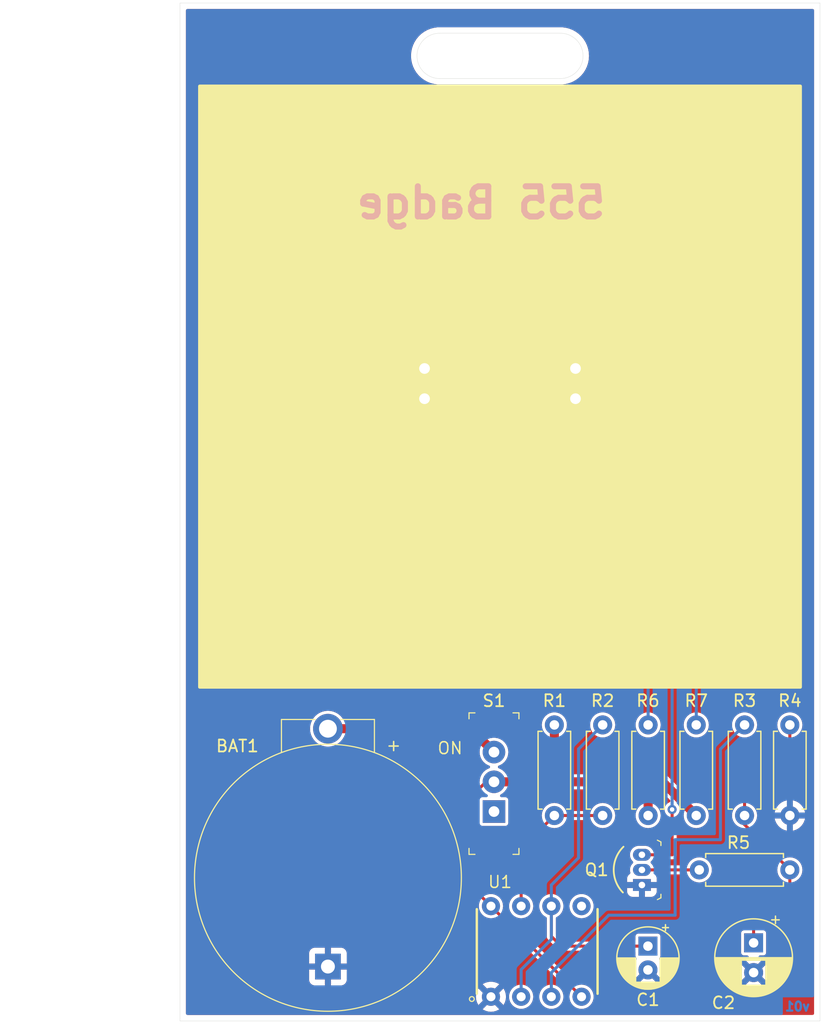
<source format=kicad_pcb>
(kicad_pcb (version 20240108) (generator "pcbnew") (generator_version "8.0")
  (title_block (title "555 Badge") (comment 2 "Author: Ekin Berktay"))
  (layers (0 "F.Cu" signal) (31 "B.Cu" signal) (34 "B.Paste" user) (35 "F.Paste" user) (36 "B.SilkS" user "B.Silkscreen") (37 "F.SilkS" user "F.Silkscreen") (38 "B.Mask" user) (39 "F.Mask" user) (44 "Edge.Cuts" user))
  (net 0 "")
  (net 1 "Net-(BAT1-PadPos)")
  (net 2 "GND")
  (net 3 "Net-(U1-THR)")
  (net 4 "Net-(C2-Pad1)")
  (net 5 "Net-(D1-K)")
  (net 6 "Net-(D1-A)")
  (net 7 "Net-(D2-A)")
  (net 8 "Net-(Q1-B)")
  (net 9 "VCC")
  (net 10 "Net-(U1-DISC)")
  (net 11 "Net-(U1-OUT)")
  (footprint "Capacitor_THT:CP_Radial_D5.0mm_P2.00mm" (layer "F.Cu") (at 166.37 120.710888 -90)
    (property "Reference" "C1" (at 4.511112 0 180) (layer "F.SilkS"))
    (property "Value" "10uF")
    (fp_line (start 1 1.04) (end 1 2.58) (stroke (width 0.12)) (layer "F.SilkS"))
    (fp_line (start 1.04 1.04) (end 1.04 2.58) (stroke (width 0.12)) (layer "F.SilkS"))
    (fp_line (start 1.08 1.04) (end 1.08 2.579) (stroke (width 0.12)) (layer "F.SilkS"))
    (fp_line (start 1.12 1.04) (end 1.12 2.578) (stroke (width 0.12)) (layer "F.SilkS"))
    (fp_line (start 1.16 1.04) (end 1.16 2.576) (stroke (width 0.12)) (layer "F.SilkS"))
    (fp_line (start 1.2 1.04) (end 1.2 2.573) (stroke (width 0.12)) (layer "F.SilkS"))
    (fp_line (start 1.24 1.04) (end 1.24 2.569) (stroke (width 0.12)) (layer "F.SilkS"))
    (fp_line (start 1.28 1.04) (end 1.28 2.565) (stroke (width 0.12)) (layer "F.SilkS"))
    (fp_line (start 1.32 1.04) (end 1.32 2.561) (stroke (width 0.12)) (layer "F.SilkS"))
    (fp_line (start 1.36 1.04) (end 1.36 2.556) (stroke (width 0.12)) (layer "F.SilkS"))
    (fp_line (start 1.4 1.04) (end 1.4 2.55) (stroke (width 0.12)) (layer "F.SilkS"))
    (fp_line (start 1.44 1.04) (end 1.44 2.543) (stroke (width 0.12)) (layer "F.SilkS"))
    (fp_line (start 1.48 1.04) (end 1.48 2.536) (stroke (width 0.12)) (layer "F.SilkS"))
    (fp_line (start 1.52 1.04) (end 1.52 2.528) (stroke (width 0.12)) (layer "F.SilkS"))
    (fp_line (start 1.56 1.04) (end 1.56 2.52) (stroke (width 0.12)) (layer "F.SilkS"))
    (fp_line (start 1.6 1.04) (end 1.6 2.511) (stroke (width 0.12)) (layer "F.SilkS"))
    (fp_line (start 1.64 1.04) (end 1.64 2.501) (stroke (width 0.12)) (layer "F.SilkS"))
    (fp_line (start 1.68 1.04) (end 1.68 2.491) (stroke (width 0.12)) (layer "F.SilkS"))
    (fp_line (start 1.721 1.04) (end 1.721 2.48) (stroke (width 0.12)) (layer "F.SilkS"))
    (fp_line (start 1.761 1.04) (end 1.761 2.468) (stroke (width 0.12)) (layer "F.SilkS"))
    (fp_line (start 1.801 1.04) (end 1.801 2.455) (stroke (width 0.12)) (layer "F.SilkS"))
    (fp_line (start 1.841 1.04) (end 1.841 2.442) (stroke (width 0.12)) (layer "F.SilkS"))
    (fp_line (start 1.881 1.04) (end 1.881 2.428) (stroke (width 0.12)) (layer "F.SilkS"))
    (fp_line (start 1.921 1.04) (end 1.921 2.414) (stroke (width 0.12)) (layer "F.SilkS"))
    (fp_line (start 1.961 1.04) (end 1.961 2.398) (stroke (width 0.12)) (layer "F.SilkS"))
    (fp_line (start 2.001 1.04) (end 2.001 2.382) (stroke (width 0.12)) (layer "F.SilkS"))
    (fp_line (start 2.041 1.04) (end 2.041 2.365) (stroke (width 0.12)) (layer "F.SilkS"))
    (fp_line (start 2.081 1.04) (end 2.081 2.348) (stroke (width 0.12)) (layer "F.SilkS"))
    (fp_line (start 2.121 1.04) (end 2.121 2.329) (stroke (width 0.12)) (layer "F.SilkS"))
    (fp_line (start 2.161 1.04) (end 2.161 2.31) (stroke (width 0.12)) (layer "F.SilkS"))
    (fp_line (start 2.201 1.04) (end 2.201 2.29) (stroke (width 0.12)) (layer "F.SilkS"))
    (fp_line (start 2.241 1.04) (end 2.241 2.268) (stroke (width 0.12)) (layer "F.SilkS"))
    (fp_line (start 2.281 1.04) (end 2.281 2.247) (stroke (width 0.12)) (layer "F.SilkS"))
    (fp_line (start 2.321 1.04) (end 2.321 2.224) (stroke (width 0.12)) (layer "F.SilkS"))
    (fp_line (start 2.361 1.04) (end 2.361 2.2) (stroke (width 0.12)) (layer "F.SilkS"))
    (fp_line (start 2.401 1.04) (end 2.401 2.175) (stroke (width 0.12)) (layer "F.SilkS"))
    (fp_line (start 2.441 1.04) (end 2.441 2.149) (stroke (width 0.12)) (layer "F.SilkS"))
    (fp_line (start 2.481 1.04) (end 2.481 2.122) (stroke (width 0.12)) (layer "F.SilkS"))
    (fp_line (start 2.521 1.04) (end 2.521 2.095) (stroke (width 0.12)) (layer "F.SilkS"))
    (fp_line (start 2.561 1.04) (end 2.561 2.065) (stroke (width 0.12)) (layer "F.SilkS"))
    (fp_line (start 2.601 1.04) (end 2.601 2.035) (stroke (width 0.12)) (layer "F.SilkS"))
    (fp_line (start 2.641 1.04) (end 2.641 2.004) (stroke (width 0.12)) (layer "F.SilkS"))
    (fp_line (start 2.681 1.04) (end 2.681 1.971) (stroke (width 0.12)) (layer "F.SilkS"))
    (fp_line (start 2.721 1.04) (end 2.721 1.937) (stroke (width 0.12)) (layer "F.SilkS"))
    (fp_line (start 2.761 1.04) (end 2.761 1.901) (stroke (width 0.12)) (layer "F.SilkS"))
    (fp_line (start 2.801 1.04) (end 2.801 1.864) (stroke (width 0.12)) (layer "F.SilkS"))
    (fp_line (start 2.841 1.04) (end 2.841 1.826) (stroke (width 0.12)) (layer "F.SilkS"))
    (fp_line (start 2.881 1.04) (end 2.881 1.785) (stroke (width 0.12)) (layer "F.SilkS"))
    (fp_line (start 2.921 1.04) (end 2.921 1.743) (stroke (width 0.12)) (layer "F.SilkS"))
    (fp_line (start 2.961 1.04) (end 2.961 1.699) (stroke (width 0.12)) (layer "F.SilkS"))
    (fp_line (start 3.001 1.04) (end 3.001 1.653) (stroke (width 0.12)) (layer "F.SilkS"))
    (fp_line (start 3.601 -0.284) (end 3.601 0.284) (stroke (width 0.12)) (layer "F.SilkS"))
    (fp_line (start 3.561 -0.518) (end 3.561 0.518) (stroke (width 0.12)) (layer "F.SilkS"))
    (fp_line (start 3.521 -0.677) (end 3.521 0.677) (stroke (width 0.12)) (layer "F.SilkS"))
    (fp_line (start 3.481 -0.805) (end 3.481 0.805) (stroke (width 0.12)) (layer "F.SilkS"))
    (fp_line (start 3.441 -0.915) (end 3.441 0.915) (stroke (width 0.12)) (layer "F.SilkS"))
    (fp_line (start 3.401 -1.011) (end 3.401 1.011) (stroke (width 0.12)) (layer "F.SilkS"))
    (fp_line (start 3.361 -1.098) (end 3.361 1.098) (stroke (width 0.12)) (layer "F.SilkS"))
    (fp_line (start 3.321 -1.178) (end 3.321 1.178) (stroke (width 0.12)) (layer "F.SilkS"))
    (fp_line (start 3.281 -1.251) (end 3.281 1.251) (stroke (width 0.12)) (layer "F.SilkS"))
    (fp_line (start 3.241 -1.319) (end 3.241 1.319) (stroke (width 0.12)) (layer "F.SilkS"))
    (fp_line (start 3.201 -1.383) (end 3.201 1.383) (stroke (width 0.12)) (layer "F.SilkS"))
    (fp_line (start 3.161 -1.443) (end 3.161 1.443) (stroke (width 0.12)) (layer "F.SilkS"))
    (fp_line (start -1.804775 -1.475) (end -1.304775 -1.475) (stroke (width 0.12)) (layer "F.SilkS"))
    (fp_line (start 3.121 -1.5) (end 3.121 1.5) (stroke (width 0.12)) (layer "F.SilkS"))
    (fp_line (start 3.081 -1.554) (end 3.081 1.554) (stroke (width 0.12)) (layer "F.SilkS"))
    (fp_line (start 3.041 -1.605) (end 3.041 1.605) (stroke (width 0.12)) (layer "F.SilkS"))
    (fp_line (start 3.001 -1.653) (end 3.001 -1.04) (stroke (width 0.12)) (layer "F.SilkS"))
    (fp_line (start 2.961 -1.699) (end 2.961 -1.04) (stroke (width 0.12)) (layer "F.SilkS"))
    (fp_line (start -1.554775 -1.725) (end -1.554775 -1.225) (stroke (width 0.12)) (layer "F.SilkS"))
    (fp_line (start 2.921 -1.743) (end 2.921 -1.04) (stroke (width 0.12)) (layer "F.SilkS"))
    (fp_line (start 2.881 -1.785) (end 2.881 -1.04) (stroke (width 0.12)) (layer "F.SilkS"))
    (fp_line (start 2.841 -1.826) (end 2.841 -1.04) (stroke (width 0.12)) (layer "F.SilkS"))
    (fp_line (start 2.801 -1.864) (end 2.801 -1.04) (stroke (width 0.12)) (layer "F.SilkS"))
    (fp_line (start 2.761 -1.901) (end 2.761 -1.04) (stroke (width 0.12)) (layer "F.SilkS"))
    (fp_line (start 2.721 -1.937) (end 2.721 -1.04) (stroke (width 0.12)) (layer "F.SilkS"))
    (fp_line (start 2.681 -1.971) (end 2.681 -1.04) (stroke (width 0.12)) (layer "F.SilkS"))
    (fp_line (start 2.641 -2.004) (end 2.641 -1.04) (stroke (width 0.12)) (layer "F.SilkS"))
    (fp_line (start 2.601 -2.035) (end 2.601 -1.04) (stroke (width 0.12)) (layer "F.SilkS"))
    (fp_line (start 2.561 -2.065) (end 2.561 -1.04) (stroke (width 0.12)) (layer "F.SilkS"))
    (fp_line (start 2.521 -2.095) (end 2.521 -1.04) (stroke (width 0.12)) (layer "F.SilkS"))
    (fp_line (start 2.481 -2.122) (end 2.481 -1.04) (stroke (width 0.12)) (layer "F.SilkS"))
    (fp_line (start 2.441 -2.149) (end 2.441 -1.04) (stroke (width 0.12)) (layer "F.SilkS"))
    (fp_line (start 2.401 -2.175) (end 2.401 -1.04) (stroke (width 0.12)) (layer "F.SilkS"))
    (fp_line (start 2.361 -2.2) (end 2.361 -1.04) (stroke (width 0.12)) (layer "F.SilkS"))
    (fp_line (start 2.321 -2.224) (end 2.321 -1.04) (stroke (width 0.12)) (layer "F.SilkS"))
    (fp_line (start 2.281 -2.247) (end 2.281 -1.04) (stroke (width 0.12)) (layer "F.SilkS"))
    (fp_line (start 2.241 -2.268) (end 2.241 -1.04) (stroke (width 0.12)) (layer "F.SilkS"))
    (fp_line (start 2.201 -2.29) (end 2.201 -1.04) (stroke (width 0.12)) (layer "F.SilkS"))
    (fp_line (start 2.161 -2.31) (end 2.161 -1.04) (stroke (width 0.12)) (layer "F.SilkS"))
    (fp_line (start 2.121 -2.329) (end 2.121 -1.04) (stroke (width 0.12)) (layer "F.SilkS"))
    (fp_line (start 2.081 -2.348) (end 2.081 -1.04) (stroke (width 0.12)) (layer "F.SilkS"))
    (fp_line (start 2.041 -2.365) (end 2.041 -1.04) (stroke (width 0.12)) (layer "F.SilkS"))
    (fp_line (start 2.001 -2.382) (end 2.001 -1.04) (stroke (width 0.12)) (layer "F.SilkS"))
    (fp_line (start 1.961 -2.398) (end 1.961 -1.04) (stroke (width 0.12)) (layer "F.SilkS"))
    (fp_line (start 1.921 -2.414) (end 1.921 -1.04) (stroke (width 0.12)) (layer "F.SilkS"))
    (fp_line (start 1.881 -2.428) (end 1.881 -1.04) (stroke (width 0.12)) (layer "F.SilkS"))
    (fp_line (start 1.841 -2.442) (end 1.841 -1.04) (stroke (width 0.12)) (layer "F.SilkS"))
    (fp_line (start 1.801 -2.455) (end 1.801 -1.04) (stroke (width 0.12)) (layer "F.SilkS"))
    (fp_line (start 1.761 -2.468) (end 1.761 -1.04) (stroke (width 0.12)) (layer "F.SilkS"))
    (fp_line (start 1.721 -2.48) (end 1.721 -1.04) (stroke (width 0.12)) (layer "F.SilkS"))
    (fp_line (start 1.68 -2.491) (end 1.68 -1.04) (stroke (width 0.12)) (layer "F.SilkS"))
    (fp_line (start 1.64 -2.501) (end 1.64 -1.04) (stroke (width 0.12)) (layer "F.SilkS"))
    (fp_line (start 1.6 -2.511) (end 1.6 -1.04) (stroke (width 0.12)) (layer "F.SilkS"))
    (fp_line (start 1.56 -2.52) (end 1.56 -1.04) (stroke (width 0.12)) (layer "F.SilkS"))
    (fp_line (start 1.52 -2.528) (end 1.52 -1.04) (stroke (width 0.12)) (layer "F.SilkS"))
    (fp_line (start 1.48 -2.536) (end 1.48 -1.04) (stroke (width 0.12)) (layer "F.SilkS"))
    (fp_line (start 1.44 -2.543) (end 1.44 -1.04) (stroke (width 0.12)) (layer "F.SilkS"))
    (fp_line (start 1.4 -2.55) (end 1.4 -1.04) (stroke (width 0.12)) (layer "F.SilkS"))
    (fp_line (start 1.36 -2.556) (end 1.36 -1.04) (stroke (width 0.12)) (layer "F.SilkS"))
    (fp_line (start 1.32 -2.561) (end 1.32 -1.04) (stroke (width 0.12)) (layer "F.SilkS"))
    (fp_line (start 1.28 -2.565) (end 1.28 -1.04) (stroke (width 0.12)) (layer "F.SilkS"))
    (fp_line (start 1.24 -2.569) (end 1.24 -1.04) (stroke (width 0.12)) (layer "F.SilkS"))
    (fp_line (start 1.2 -2.573) (end 1.2 -1.04) (stroke (width 0.12)) (layer "F.SilkS"))
    (fp_line (start 1.16 -2.576) (end 1.16 -1.04) (stroke (width 0.12)) (layer "F.SilkS"))
    (fp_line (start 1.12 -2.578) (end 1.12 -1.04) (stroke (width 0.12)) (layer "F.SilkS"))
    (fp_line (start 1.08 -2.579) (end 1.08 -1.04) (stroke (width 0.12)) (layer "F.SilkS"))
    (fp_line (start 1 -2.58) (end 1 -1.04) (stroke (width 0.12)) (layer "F.SilkS"))
    (fp_line (start 1.04 -2.58) (end 1.04 -1.04) (stroke (width 0.12)) (layer "F.SilkS"))
    (fp_circle (center 1 0) (end 3.62 0) (stroke (width 0.12)) (fill none) (layer "F.SilkS"))
    (pad "1" thru_hole rect (at 0 0 270) (size 1.6 1.6) (drill 0.8) (layers "*.Cu" "*.Mask") (net 3 "Net-(U1-THR)"))
    (pad "2" thru_hole circle (at 2 0 270) (size 1.6 1.6) (drill 0.8) (layers "*.Cu" "*.Mask") (net 2 "GND"))
  )
  (footprint "Resistor_THT:R_Axial_DIN0207_L6.3mm_D2.5mm_P7.62mm_Horizontal" (layer "F.Cu") (at 166.384 109.728 90)
    (property "Reference" "R6" (at 9.652 -0.014 180) (layer "F.SilkS"))
    (property "Value" "100")
    (fp_line (start 7.08 -1.37) (end 7.08 -1.04) (stroke (width 0.12)) (layer "F.SilkS"))
    (fp_line (start 0.54 -1.37) (end 7.08 -1.37) (stroke (width 0.12)) (layer "F.SilkS"))
    (fp_line (start 0.54 -1.04) (end 0.54 -1.37) (stroke (width 0.12)) (layer "F.SilkS"))
    (fp_line (start 0.54 1.04) (end 0.54 1.37) (stroke (width 0.12)) (layer "F.SilkS"))
    (fp_line (start 7.08 1.37) (end 7.08 1.04) (stroke (width 0.12)) (layer "F.SilkS"))
    (fp_line (start 0.54 1.37) (end 7.08 1.37) (stroke (width 0.12)) (layer "F.SilkS"))
    (pad "1" thru_hole circle (at 0 0 90) (size 1.6 1.6) (drill 0.8) (layers "*.Cu" "*.Mask") (net 9 "VCC"))
    (pad "2" thru_hole oval (at 7.62 0 90) (size 1.6 1.6) (drill 0.8) (layers "*.Cu" "*.Mask") (net 6 "Net-(D1-A)"))
  )
  (footprint "LED_THT:LED_D3.0mm" (layer "F.Cu") (at 147.574 74.676 90)
    (property "Reference" "D1" (at 1.27 -3.302 90) (layer "F.SilkS"))
    (property "Value" "RED")
    (fp_line (start -0.29 -1.236) (end -0.29 -1.08) (stroke (width 0.12)) (layer "F.SilkS"))
    (fp_line (start -0.29 1.08) (end -0.29 1.236) (stroke (width 0.12)) (layer "F.SilkS"))
    (fp_arc (start -0.29 -1.235516) (mid 1.366487 -1.987659) (end 2.942335 -1.078608) (stroke (width 0.12)) (layer "F.SilkS"))
    (fp_arc (start 0.229039 -1.08) (mid 1.270117 -1.5) (end 2.31113 -1.079837) (stroke (width 0.12)) (layer "F.SilkS"))
    (fp_arc (start 2.942335 1.078608) (mid 1.366487 1.987659) (end -0.29 1.235516) (stroke (width 0.12)) (layer "F.SilkS"))
    (fp_arc (start 2.31113 1.079837) (mid 1.270117 1.5) (end 0.229039 1.08) (stroke (width 0.12)) (layer "F.SilkS"))
    (pad "1" thru_hole rect (at 0 0 90) (size 1.8 1.8) (drill 0.9) (layers "*.Cu" "*.Mask") (net 5 "Net-(D1-K)"))
    (pad "2" thru_hole circle (at 2.54 0 90) (size 1.8 1.8) (drill 0.9) (layers "*.Cu" "*.Mask") (net 6 "Net-(D1-A)"))
  )
  (footprint "digikey-footprints:TO-92-3" (layer "F.Cu") (at 165.862 115.57 90)
    (property "Reference" "Q1" (at 1.27 -3.81 180) (layer "F.SilkS"))
    (property "Value" "2N3904")
    (fp_line (start 3.62 1.6) (end 3.77 1.3) (stroke (width 0.1)) (layer "F.SilkS"))
    (fp_line (start 3.62 1.6) (end 3.32 1.6) (stroke (width 0.1)) (layer "F.SilkS"))
    (fp_line (start -0.78 1.6) (end -1.08 1.6) (stroke (width 0.1)) (layer "F.SilkS"))
    (fp_line (start -1.08 1.6) (end -1.23 1.3) (stroke (width 0.1)) (layer "F.SilkS"))
    (fp_arc (start -0.63 -1.6) (mid 1.305355 -2.372361) (end 3.22 -1.55) (stroke (width 0.15)) (layer "F.SilkS"))
    (pad "1" thru_hole rect (at 0 0 270) (size 1 1.5) (drill 0.55) (layers "*.Cu" "*.Mask") (net 2 "GND"))
    (pad "2" thru_hole oval (at 1.27 0 270) (size 1 1.5) (drill 0.55) (layers "*.Cu" "*.Mask") (net 8 "Net-(Q1-B)"))
    (pad "3" thru_hole oval (at 2.54 0 270) (size 1 1.5) (drill 0.55) (layers "*.Cu" "*.Mask") (net 5 "Net-(D1-K)"))
  )
  (footprint "Resistor_THT:R_Axial_DIN0207_L6.3mm_D2.5mm_P7.62mm_Horizontal" (layer "F.Cu") (at 178.308 114.3 180)
    (property "Reference" "R5" (at 4.318 2.286 0) (layer "F.SilkS"))
    (property "Value" "10k")
    (fp_line (start 7.08 1.37) (end 7.08 1.04) (stroke (width 0.12)) (layer "F.SilkS"))
    (fp_line (start 7.08 -1.37) (end 7.08 -1.04) (stroke (width 0.12)) (layer "F.SilkS"))
    (fp_line (start 0.54 1.37) (end 7.08 1.37) (stroke (width 0.12)) (layer "F.SilkS"))
    (fp_line (start 0.54 1.04) (end 0.54 1.37) (stroke (width 0.12)) (layer "F.SilkS"))
    (fp_line (start 0.54 -1.04) (end 0.54 -1.37) (stroke (width 0.12)) (layer "F.SilkS"))
    (fp_line (start 0.54 -1.37) (end 7.08 -1.37) (stroke (width 0.12)) (layer "F.SilkS"))
    (pad "1" thru_hole circle (at 0 0 180) (size 1.6 1.6) (drill 0.8) (layers "*.Cu" "*.Mask") (net 4 "Net-(C2-Pad1)"))
    (pad "2" thru_hole oval (at 7.62 0 180) (size 1.6 1.6) (drill 0.8) (layers "*.Cu" "*.Mask") (net 8 "Net-(Q1-B)"))
  )
  (footprint "555_Badge:ICM7555-PDIP" (layer "F.Cu") (at 157.052 121.158)
    (property "Reference" "U1" (at -3.128 -5.842 0) (layer "F.SilkS") (effects (font (thickness 0.127))))
    (property "Value" "~" (hide yes))
    (fp_line (start -5.08 -3.556) (end -5.08 3.556) (stroke (width 0.2032)) (layer "F.SilkS"))
    (fp_line (start 5.08 -3.556) (end 5.08 3.556) (stroke (width 0.2032)) (layer "F.SilkS"))
    (fp_circle (center -5.5 4) (end -5.2968 4) (stroke (width 0.1)) (fill none) (layer "F.SilkS"))
    (pad "1" thru_hole circle (at -3.89 3.81) (size 1.524 1.524) (drill 0.762) (layers "*.Cu" "*.Mask") (net 2 "GND"))
    (pad "2" thru_hole circle (at -1.35 3.81) (size 1.524 1.524) (drill 0.762) (layers "*.Cu" "*.Mask") (net 3 "Net-(U1-THR)"))
    (pad "3" thru_hole circle (at 1.19 3.81) (size 1.524 1.524) (drill 0.762) (layers "*.Cu" "*.Mask") (net 11 "Net-(U1-OUT)"))
    (pad "4" thru_hole circle (at 3.73 3.81) (size 1.524 1.524) (drill 0.762) (layers "*.Cu" "*.Mask") (net 9 "VCC"))
    (pad "5" thru_hole circle (at 3.73 -3.81) (size 1.524 1.524) (drill 0.762) (layers "*.Cu" "*.Mask"))
    (pad "6" thru_hole circle (at 1.19 -3.81) (size 1.524 1.524) (drill 0.762) (layers "*.Cu" "*.Mask") (net 3 "Net-(U1-THR)"))
    (pad "7" thru_hole circle (at -1.35 -3.81) (size 1.524 1.524) (drill 0.762) (layers "*.Cu" "*.Mask") (net 10 "Net-(U1-DISC)"))
    (pad "8" thru_hole circle (at -3.89 -3.81) (size 1.524 1.524) (drill 0.762) (layers "*.Cu" "*.Mask") (net 9 "VCC"))
  )
  (footprint "digikey-footprints:Battery_Holder_Coin_2032_BS-7" (layer "F.Cu") (at 139.446 122.428 90)
    (property "Reference" "BAT1" (at 18.542 -7.62 180) (layer "F.SilkS"))
    (property "Value" "BS-7")
    (fp_line (start 20.7772 -3.9116) (end 20.7772 -1.0668) (stroke (width 0.1)) (layer "F.SilkS"))
    (fp_line (start 18.034 -3.9116) (end 20.7772 -3.9116) (stroke (width 0.1)) (layer "F.SilkS"))
    (fp_line (start 20.7772 3.9116) (end 20.7772 1.0668) (stroke (width 0.1)) (layer "F.SilkS"))
    (fp_line (start 18.034 3.9116) (end 20.7772 3.9116) (stroke (width 0.1)) (layer "F.SilkS"))
    (fp_circle (center 7.4676 0) (end -3.7592 0) (stroke (width 0.1)) (fill none) (layer "F.SilkS"))
    (pad "Neg" thru_hole rect (at 0 0 90) (size 2.17 2.17) (drill 1.17) (layers "*.Cu" "*.Mask") (net 2 "GND"))
    (pad "Pos" thru_hole circle (at 20 0 90) (size 2.5 2.5) (drill 1.5) (layers "*.Cu" "*.Mask") (net 1 "Net-(BAT1-PadPos)"))
  )
  (footprint "Resistor_THT:R_Axial_DIN0207_L6.3mm_D2.5mm_P7.62mm_Horizontal" (layer "F.Cu") (at 174.498 102.108 -90)
    (property "Reference" "R3" (at -2.032 0 180) (layer "F.SilkS"))
    (property "Value" "22k")
    (fp_line (start 0.54 1.37) (end 7.08 1.37) (stroke (width 0.12)) (layer "F.SilkS"))
    (fp_line (start 7.08 1.37) (end 7.08 1.04) (stroke (width 0.12)) (layer "F.SilkS"))
    (fp_line (start 0.54 1.04) (end 0.54 1.37) (stroke (width 0.12)) (layer "F.SilkS"))
    (fp_line (start 0.54 -1.04) (end 0.54 -1.37) (stroke (width 0.12)) (layer "F.SilkS"))
    (fp_line (start 0.54 -1.37) (end 7.08 -1.37) (stroke (width 0.12)) (layer "F.SilkS"))
    (fp_line (start 7.08 -1.37) (end 7.08 -1.04) (stroke (width 0.12)) (layer "F.SilkS"))
    (pad "1" thru_hole circle (at 0 0 270) (size 1.6 1.6) (drill 0.8) (layers "*.Cu" "*.Mask") (net 11 "Net-(U1-OUT)"))
    (pad "2" thru_hole oval (at 7.62 0 270) (size 1.6 1.6) (drill 0.8) (layers "*.Cu" "*.Mask") (net 4 "Net-(C2-Pad1)"))
  )
  (footprint "Capacitor_THT:CP_Radial_D6.3mm_P2.50mm" (layer "F.Cu") (at 175.26 120.436 -90)
    (property "Reference" "C2" (at 5.04 2.54 180) (layer "F.SilkS"))
    (property "Value" "100uF")
    (fp_line (start 1.49 1.04) (end 1.49 3.222) (stroke (width 0.12)) (layer "F.SilkS"))
    (fp_line (start 1.53 1.04) (end 1.53 3.218) (stroke (width 0.12)) (layer "F.SilkS"))
    (fp_line (start 1.57 1.04) (end 1.57 3.215) (stroke (width 0.12)) (layer "F.SilkS"))
    (fp_line (start 1.61 1.04) (end 1.61 3.211) (stroke (width 0.12)) (layer "F.SilkS"))
    (fp_line (start 1.65 1.04) (end 1.65 3.206) (stroke (width 0.12)) (layer "F.SilkS"))
    (fp_line (start 1.69 1.04) (end 1.69 3.201) (stroke (width 0.12)) (layer "F.SilkS"))
    (fp_line (start 1.73 1.04) (end 1.73 3.195) (stroke (width 0.12)) (layer "F.SilkS"))
    (fp_line (start 1.77 1.04) (end 1.77 3.189) (stroke (width 0.12)) (layer "F.SilkS"))
    (fp_line (start 1.81 1.04) (end 1.81 3.182) (stroke (width 0.12)) (layer "F.SilkS"))
    (fp_line (start 1.85 1.04) (end 1.85 3.175) (stroke (width 0.12)) (layer "F.SilkS"))
    (fp_line (start 1.89 1.04) (end 1.89 3.167) (stroke (width 0.12)) (layer "F.SilkS"))
    (fp_line (start 1.93 1.04) (end 1.93 3.159) (stroke (width 0.12)) (layer "F.SilkS"))
    (fp_line (start 1.971 1.04) (end 1.971 3.15) (stroke (width 0.12)) (layer "F.SilkS"))
    (fp_line (start 2.011 1.04) (end 2.011 3.141) (stroke (width 0.12)) (layer "F.SilkS"))
    (fp_line (start 2.051 1.04) (end 2.051 3.131) (stroke (width 0.12)) (layer "F.SilkS"))
    (fp_line (start 2.091 1.04) (end 2.091 3.121) (stroke (width 0.12)) (layer "F.SilkS"))
    (fp_line (start 2.131 1.04) (end 2.131 3.11) (stroke (width 0.12)) (layer "F.SilkS"))
    (fp_line (start 2.171 1.04) (end 2.171 3.098) (stroke (width 0.12)) (layer "F.SilkS"))
    (fp_line (start 2.211 1.04) (end 2.211 3.086) (stroke (width 0.12)) (layer "F.SilkS"))
    (fp_line (start 2.251 1.04) (end 2.251 3.074) (stroke (width 0.12)) (layer "F.SilkS"))
    (fp_line (start 2.291 1.04) (end 2.291 3.061) (stroke (width 0.12)) (layer "F.SilkS"))
    (fp_line (start 2.331 1.04) (end 2.331 3.047) (stroke (width 0.12)) (layer "F.SilkS"))
    (fp_line (start 2.371 1.04) (end 2.371 3.033) (stroke (width 0.12)) (layer "F.SilkS"))
    (fp_line (start 2.411 1.04) (end 2.411 3.018) (stroke (width 0.12)) (layer "F.SilkS"))
    (fp_line (start 2.451 1.04) (end 2.451 3.002) (stroke (width 0.12)) (layer "F.SilkS"))
    (fp_line (start 2.491 1.04) (end 2.491 2.986) (stroke (width 0.12)) (layer "F.SilkS"))
    (fp_line (start 2.531 1.04) (end 2.531 2.97) (stroke (width 0.12)) (layer "F.SilkS"))
    (fp_line (start 2.571 1.04) (end 2.571 2.952) (stroke (width 0.12)) (layer "F.SilkS"))
    (fp_line (start 2.611 1.04) (end 2.611 2.934) (stroke (width 0.12)) (layer "F.SilkS"))
    (fp_line (start 2.651 1.04) (end 2.651 2.916) (stroke (width 0.12)) (layer "F.SilkS"))
    (fp_line (start 2.691 1.04) (end 2.691 2.896) (stroke (width 0.12)) (layer "F.SilkS"))
    (fp_line (start 2.731 1.04) (end 2.731 2.876) (stroke (width 0.12)) (layer "F.SilkS"))
    (fp_line (start 2.771 1.04) (end 2.771 2.856) (stroke (width 0.12)) (layer "F.SilkS"))
    (fp_line (start 2.811 1.04) (end 2.811 2.834) (stroke (width 0.12)) (layer "F.SilkS"))
    (fp_line (start 2.851 1.04) (end 2.851 2.812) (stroke (width 0.12)) (layer "F.SilkS"))
    (fp_line (start 2.891 1.04) (end 2.891 2.79) (stroke (width 0.12)) (layer "F.SilkS"))
    (fp_line (start 2.931 1.04) (end 2.931 2.766) (stroke (width 0.12)) (layer "F.SilkS"))
    (fp_line (start 2.971 1.04) (end 2.971 2.742) (stroke (width 0.12)) (layer "F.SilkS"))
    (fp_line (start 3.011 1.04) (end 3.011 2.716) (stroke (width 0.12)) (layer "F.SilkS"))
    (fp_line (start 3.051 1.04) (end 3.051 2.69) (stroke (width 0.12)) (layer "F.SilkS"))
    (fp_line (start 3.091 1.04) (end 3.091 2.664) (stroke (width 0.12)) (layer "F.SilkS"))
    (fp_line (start 3.131 1.04) (end 3.131 2.636) (stroke (width 0.12)) (layer "F.SilkS"))
    (fp_line (start 3.171 1.04) (end 3.171 2.607) (stroke (width 0.12)) (layer "F.SilkS"))
    (fp_line (start 3.211 1.04) (end 3.211 2.578) (stroke (width 0.12)) (layer "F.SilkS"))
    (fp_line (start 3.251 1.04) (end 3.251 2.548) (stroke (width 0.12)) (layer "F.SilkS"))
    (fp_line (start 3.291 1.04) (end 3.291 2.516) (stroke (width 0.12)) (layer "F.SilkS"))
    (fp_line (start 3.331 1.04) (end 3.331 2.484) (stroke (width 0.12)) (layer "F.SilkS"))
    (fp_line (start 3.371 1.04) (end 3.371 2.45) (stroke (width 0.12)) (layer "F.SilkS"))
    (fp_line (start 3.411 1.04) (end 3.411 2.416) (stroke (width 0.12)) (layer "F.SilkS"))
    (fp_line (start 3.451 1.04) (end 3.451 2.38) (stroke (width 0.12)) (layer "F.SilkS"))
    (fp_line (start 3.491 1.04) (end 3.491 2.343) (stroke (width 0.12)) (layer "F.SilkS"))
    (fp_line (start 3.531 1.04) (end 3.531 2.305) (stroke (width 0.12)) (layer "F.SilkS"))
    (fp_line (start 4.491 -0.402) (end 4.491 0.402) (stroke (width 0.12)) (layer "F.SilkS"))
    (fp_line (start 4.451 -0.633) (end 4.451 0.633) (stroke (width 0.12)) (layer "F.SilkS"))
    (fp_line (start 4.411 -0.802) (end 4.411 0.802) (stroke (width 0.12)) (layer "F.SilkS"))
    (fp_line (start 4.371 -0.94) (end 4.371 0.94) (stroke (width 0.12)) (layer "F.SilkS"))
    (fp_line (start 4.331 -1.059) (end 4.331 1.059) (stroke (width 0.12)) (layer "F.SilkS"))
    (fp_line (start 4.291 -1.165) (end 4.291 1.165) (stroke (width 0.12)) (layer "F.SilkS"))
    (fp_line (start 4.251 -1.262) (end 4.251 1.262) (stroke (width 0.12)) (layer "F.SilkS"))
    (fp_line (start 4.211 -1.35) (end 4.211 1.35) (stroke (width 0.12)) (layer "F.SilkS"))
    (fp_line (start 4.171 -1.432) (end 4.171 1.432) (stroke (width 0.12)) (layer "F.SilkS"))
    (fp_line (start 4.131 -1.509) (end 4.131 1.509) (stroke (width 0.12)) (layer "F.SilkS"))
    (fp_line (start 4.091 -1.581) (end 4.091 1.581) (stroke (width 0.12)) (layer "F.SilkS"))
    (fp_line (start 4.051 -1.65) (end 4.051 1.65) (stroke (width 0.12)) (layer "F.SilkS"))
    (fp_line (start 4.011 -1.714) (end 4.011 1.714) (stroke (width 0.12)) (layer "F.SilkS"))
    (fp_line (start 3.971 -1.776) (end 3.971 1.776) (stroke (width 0.12)) (layer "F.SilkS"))
    (fp_line (start 3.931 -1.834) (end 3.931 1.834) (stroke (width 0.12)) (layer "F.SilkS"))
    (fp_line (start -2.250241 -1.839) (end -1.620241 -1.839) (stroke (width 0.12)) (layer "F.SilkS"))
    (fp_line (start 3.891 -1.89) (end 3.891 1.89) (stroke (width 0.12)) (layer "F.SilkS"))
    (fp_line (start 3.851 -1.944) (end 3.851 1.944) (stroke (width 0.12)) (layer "F.SilkS"))
    (fp_line (start 3.811 -1.995) (end 3.811 1.995) (stroke (width 0.12)) (layer "F.SilkS"))
    (fp_line (start 3.771 -2.044) (end 3.771 2.044) (stroke (width 0.12)) (layer "F.SilkS"))
    (fp_line (start 3.731 -2.092) (end 3.731 2.092) (stroke (width 0.12)) (layer "F.SilkS"))
    (fp_line (start 3.691 -2.137) (end 3.691 2.137) (stroke (width 0.12)) (layer "F.SilkS"))
    (fp_line (start -1.935241 -2.154) (end -1.935241 -1.524) (stroke (width 0.12)) (layer "F.SilkS"))
    (fp_line (start 3.651 -2.182) (end 3.651 2.182) (stroke (width 0.12)) (layer "F.SilkS"))
    (fp_line (start 3.611 -2.224) (end 3.611 2.224) (stroke (width 0.12)) (layer "F.SilkS"))
    (fp_line (start 3.571 -2.265) (end 3.571 2.265) (stroke (width 0.12)) (layer "F.SilkS"))
    (fp_line (start 3.531 -2.305) (end 3.531 -1.04) (stroke (width 0.12)) (layer "F.SilkS"))
    (fp_line (start 3.491 -2.343) (end 3.491 -1.04) (stroke (width 0.12)) (layer "F.SilkS"))
    (fp_line (start 3.451 -2.38) (end 3.451 -1.04) (stroke (width 0.12)) (layer "F.SilkS"))
    (fp_line (start 3.411 -2.416) (end 3.411 -1.04) (stroke (width 0.12)) (layer "F.SilkS"))
    (fp_line (start 3.371 -2.45) (end 3.371 -1.04) (stroke (width 0.12)) (layer "F.SilkS"))
    (fp_line (start 3.331 -2.484) (end 3.331 -1.04) (stroke (width 0.12)) (layer "F.SilkS"))
    (fp_line (start 3.291 -2.516) (end 3.291 -1.04) (stroke (width 0.12)) (layer "F.SilkS"))
    (fp_line (start 3.251 -2.548) (end 3.251 -1.04) (stroke (width 0.12)) (layer "F.SilkS"))
    (fp_line (start 3.211 -2.578) (end 3.211 -1.04) (stroke (width 0.12)) (layer "F.SilkS"))
    (fp_line (start 3.171 -2.607) (end 3.171 -1.04) (stroke (width 0.12)) (layer "F.SilkS"))
    (fp_line (start 3.131 -2.636) (end 3.131 -1.04) (stroke (width 0.12)) (layer "F.SilkS"))
    (fp_line (start 3.091 -2.664) (end 3.091 -1.04) (stroke (width 0.12)) (layer "F.SilkS"))
    (fp_line (start 3.051 -2.69) (end 3.051 -1.04) (stroke (width 0.12)) (layer "F.SilkS"))
    (fp_line (start 3.011 -2.716) (end 3.011 -1.04) (stroke (width 0.12)) (layer "F.SilkS"))
    (fp_line (start 2.971 -2.742) (end 2.971 -1.04) (stroke (width 0.12)) (layer "F.SilkS"))
    (fp_line (start 2.931 -2.766) (end 2.931 -1.04) (stroke (width 0.12)) (layer "F.SilkS"))
    (fp_line (start 2.891 -2.79) (end 2.891 -1.04) (stroke (width 0.12)) (layer "F.SilkS"))
    (fp_line (start 2.851 -2.812) (end 2.851 -1.04) (stroke (width 0.12)) (layer "F.SilkS"))
    (fp_line (start 2.811 -2.834) (end 2.811 -1.04) (stroke (width 0.12)) (layer "F.SilkS"))
    (fp_line (start 2.771 -2.856) (end 2.771 -1.04) (stroke (width 0.12)) (layer "F.SilkS"))
    (fp_line (start 2.731 -2.876) (end 2.731 -1.04) (stroke (width 0.12)) (layer "F.SilkS"))
    (fp_line (start 2.691 -2.896) (end 2.691 -1.04) (stroke (width 0.12)) (layer "F.SilkS"))
    (fp_line (start 2.651 -2.916) (end 2.651 -1.04) (stroke (width 0.12)) (layer "F.SilkS"))
    (fp_line (start 2.611 -2.934) (end 2.611 -1.04) (stroke (width 0.12)) (layer "F.SilkS"))
    (fp_line (start 2.571 -2.952) (end 2.571 -1.04) (stroke (width 0.12)) (layer "F.SilkS"))
    (fp_line (start 2.531 -2.97) (end 2.531 -1.04) (stroke (width 0.12)) (layer "F.SilkS"))
    (fp_line (start 2.491 -2.986) (end 2.491 -1.04) (stroke (width 0.12)) (layer "F.SilkS"))
    (fp_line (start 2.451 -3.002) (end 2.451 -1.04) (stroke (width 0.12)) (layer "F.SilkS"))
    (fp_line (start 2.411 -3.018) (end 2.411 -1.04) (stroke (width 0.12)) (layer "F.SilkS"))
    (fp_line (start 2.371 -3.033) (end 2.371 -1.04) (stroke (width 0.12)) (layer "F.SilkS"))
    (fp_line (start 2.331 -3.047) (end 2.331 -1.04) (stroke (width 0.12)) (layer "F.SilkS"))
    (fp_line (start 2.291 -3.061) (end 2.291 -1.04) (stroke (width 0.12)) (layer "F.SilkS"))
    (fp_line (start 2.251 -3.074) (end 2.251 -1.04) (stroke (width 0.12)) (layer "F.SilkS"))
    (fp_line (start 2.211 -3.086) (end 2.211 -1.04) (stroke (width 0.12)) (layer "F.SilkS"))
    (fp_line (start 2.171 -3.098) (end 2.171 -1.04) (stroke (width 0.12)) (layer "F.SilkS"))
    (fp_line (start 2.131 -3.11) (end 2.131 -1.04) (stroke (width 0.12)) (layer "F.SilkS"))
    (fp_line (start 2.091 -3.121) (end 2.091 -1.04) (stroke (width 0.12)) (layer "F.SilkS"))
    (fp_line (start 2.051 -3.131) (end 2.051 -1.04) (stroke (width 0.12)) (layer "F.SilkS"))
    (fp_line (start 2.011 -3.141) (end 2.011 -1.04) (stroke (width 0.12)) (layer "F.SilkS"))
    (fp_line (start 1.971 -3.15) (end 1.971 -1.04) (stroke (width 0.12)) (layer "F.SilkS"))
    (fp_line (start 1.93 -3.159) (end 1.93 -1.04) (stroke (width 0.12)) (layer "F.SilkS"))
    (fp_line (start 1.89 -3.167) (end 1.89 -1.04) (stroke (width 0.12)) (layer "F.SilkS"))
    (fp_line (start 1.85 -3.175) (end 1.85 -1.04) (stroke (width 0.12)) (layer "F.SilkS"))
    (fp_line (start 1.81 -3.182) (end 1.81 -1.04) (stroke (width 0.12)) (layer "F.SilkS"))
    (fp_line (start 1.77 -3.189) (end 1.77 -1.04) (stroke (width 0.12)) (layer "F.SilkS"))
    (fp_line (start 1.73 -3.195) (end 1.73 -1.04) (stroke (width 0.12)) (layer "F.SilkS"))
    (fp_line (start 1.69 -3.201) (end 1.69 -1.04) (stroke (width 0.12)) (layer "F.SilkS"))
    (fp_line (start 1.65 -3.206) (end 1.65 -1.04) (stroke (width 0.12)) (layer "F.SilkS"))
    (fp_line (start 1.61 -3.211) (end 1.61 -1.04) (stroke (width 0.12)) (layer "F.SilkS"))
    (fp_line (start 1.57 -3.215) (end 1.57 -1.04) (stroke (width 0.12)) (layer "F.SilkS"))
    (fp_line (start 1.53 -3.218) (end 1.53 -1.04) (stroke (width 0.12)) (layer "F.SilkS"))
    (fp_line (start 1.49 -3.222) (end 1.49 -1.04) (stroke (width 0.12)) (layer "F.SilkS"))
    (fp_line (start 1.45 -3.224) (end 1.45 3.224) (stroke (width 0.12)) (layer "F.SilkS"))
    (fp_line (start 1.41 -3.227) (end 1.41 3.227) (stroke (width 0.12)) (layer "F.SilkS"))
    (fp_line (start 1.37 -3.228) (end 1.37 3.228) (stroke (width 0.12)) (layer "F.SilkS"))
    (fp_line (start 1.25 -3.23) (end 1.25 3.23) (stroke (width 0.12)) (layer "F.SilkS"))
    (fp_line (start 1.29 -3.23) (end 1.29 3.23) (stroke (width 0.12)) (layer "F.SilkS"))
    (fp_line (start 1.33 -3.23) (end 1.33 3.23) (stroke (width 0.12)) (layer "F.SilkS"))
    (fp_circle (center 1.25 0) (end 4.52 0) (stroke (width 0.12)) (fill none) (layer "F.SilkS"))
    (pad "1" thru_hole rect (at 0 0 270) (size 1.6 1.6) (drill 0.8) (layers "*.Cu" "*.Mask") (net 4 "Net-(C2-Pad1)"))
    (pad "2" thru_hole circle (at 2.5 0 270) (size 1.6 1.6) (drill 0.8) (layers "*.Cu" "*.Mask") (net 2 "GND"))
  )
  (footprint "digikey-footprints:Switch_Slide_11.6x4mm_EG1218" (layer "F.Cu") (at 153.416 109.394 90)
    (property "Reference" "S1" (at 9.318 0 180) (layer "F.SilkS"))
    (property "Value" "EG1218")
    (fp_line (start 8.3 -2.1) (end 7.8 -2.1) (stroke (width 0.1)) (layer "F.SilkS"))
    (fp_line (start 8.3 -2.1) (end 8.3 -1.6) (stroke (width 0.1)) (layer "F.SilkS"))
    (fp_line (start -3.6 -2.1) (end -3.1 -2.1) (stroke (width 0.1)) (layer "F.SilkS"))
    (fp_line (start -3.6 -2.1) (end -3.6 -1.6) (stroke (width 0.1)) (layer "F.SilkS"))
    (fp_line (start 8.3 2.1) (end 8.3 1.6) (stroke (width 0.1)) (layer "F.SilkS"))
    (fp_line (start 8.3 2.1) (end 7.8 2.1) (stroke (width 0.1)) (layer "F.SilkS"))
    (fp_line (start -3.6 2.1) (end -3.6 1.6) (stroke (width 0.1)) (layer "F.SilkS"))
    (fp_line (start -3.6 2.1) (end -3.1 2.1) (stroke (width 0.1)) (layer "F.SilkS"))
    (pad "1" thru_hole rect (at 0 0 90) (size 1.9 1.9) (drill 0.9) (layers "*.Cu" "*.Mask"))
    (pad "2" thru_hole circle (at 2.5 0 90) (size 1.9 1.9) (drill 0.9) (layers "*.Cu" "*.Mask") (net 9 "VCC"))
    (pad "3" thru_hole circle (at 5 0 90) (size 1.9 1.9) (drill 0.9) (layers "*.Cu" "*.Mask") (net 1 "Net-(BAT1-PadPos)"))
  )
  (footprint "Resistor_THT:R_Axial_DIN0207_L6.3mm_D2.5mm_P7.62mm_Horizontal" (layer "F.Cu") (at 162.56 109.728 90)
    (property "Reference" "R2" (at 9.652 0 180) (layer "F.SilkS"))
    (property "Value" "330k")
    (fp_line (start 7.08 -1.37) (end 7.08 -1.04) (stroke (width 0.12)) (layer "F.SilkS"))
    (fp_line (start 0.54 -1.37) (end 7.08 -1.37) (stroke (width 0.12)) (layer "F.SilkS"))
    (fp_line (start 0.54 -1.04) (end 0.54 -1.37) (stroke (width 0.12)) (layer "F.SilkS"))
    (fp_line (start 0.54 1.04) (end 0.54 1.37) (stroke (width 0.12)) (layer "F.SilkS"))
    (fp_line (start 7.08 1.37) (end 7.08 1.04) (stroke (width 0.12)) (layer "F.SilkS"))
    (fp_line (start 0.54 1.37) (end 7.08 1.37) (stroke (width 0.12)) (layer "F.SilkS"))
    (pad "1" thru_hole circle (at 0 0 90) (size 1.6 1.6) (drill 0.8) (layers "*.Cu" "*.Mask") (net 10 "Net-(U1-DISC)"))
    (pad "2" thru_hole oval (at 7.62 0 90) (size 1.6 1.6) (drill 0.8) (layers "*.Cu" "*.Mask") (net 3 "Net-(U1-THR)"))
  )
  (footprint "LED_THT:LED_D3.0mm" (layer "F.Cu") (at 160.274 74.676 90)
    (property "Reference" "D2" (at 1.27 -2.96 90) (layer "F.SilkS"))
    (property "Value" "RED")
    (fp_line (start -0.29 -1.236) (end -0.29 -1.08) (stroke (width 0.12)) (layer "F.SilkS"))
    (fp_line (start -0.29 1.08) (end -0.29 1.236) (stroke (width 0.12)) (layer "F.SilkS"))
    (fp_arc (start -0.29 -1.235516) (mid 1.366487 -1.987659) (end 2.942335 -1.078608) (stroke (width 0.12)) (layer "F.SilkS"))
    (fp_arc (start 0.229039 -1.08) (mid 1.270117 -1.5) (end 2.31113 -1.079837) (stroke (width 0.12)) (layer "F.SilkS"))
    (fp_arc (start 2.942335 1.078608) (mid 1.366487 1.987659) (end -0.29 1.235516) (stroke (width 0.12)) (layer "F.SilkS"))
    (fp_arc (start 2.31113 1.079837) (mid 1.270117 1.5) (end 0.229039 1.08) (stroke (width 0.12)) (layer "F.SilkS"))
    (pad "1" thru_hole rect (at 0 0 90) (size 1.8 1.8) (drill 0.9) (layers "*.Cu" "*.Mask") (net 5 "Net-(D1-K)"))
    (pad "2" thru_hole circle (at 2.54 0 90) (size 1.8 1.8) (drill 0.9) (layers "*.Cu" "*.Mask") (net 7 "Net-(D2-A)"))
  )
  (footprint "Resistor_THT:R_Axial_DIN0207_L6.3mm_D2.5mm_P7.62mm_Horizontal" (layer "F.Cu") (at 178.308 102.108 -90)
    (property "Reference" "R4" (at -2.032 0 180) (layer "F.SilkS"))
    (property "Value" "100k")
    (fp_line (start 0.54 1.37) (end 7.08 1.37) (stroke (width 0.12)) (layer "F.SilkS"))
    (fp_line (start 7.08 1.37) (end 7.08 1.04) (stroke (width 0.12)) (layer "F.SilkS"))
    (fp_line (start 0.54 1.04) (end 0.54 1.37) (stroke (width 0.12)) (layer "F.SilkS"))
    (fp_line (start 0.54 -1.04) (end 0.54 -1.37) (stroke (width 0.12)) (layer "F.SilkS"))
    (fp_line (start 0.54 -1.37) (end 7.08 -1.37) (stroke (width 0.12)) (layer "F.SilkS"))
    (fp_line (start 7.08 -1.37) (end 7.08 -1.04) (stroke (width 0.12)) (layer "F.SilkS"))
    (pad "1" thru_hole circle (at 0 0 270) (size 1.6 1.6) (drill 0.8) (layers "*.Cu" "*.Mask") (net 4 "Net-(C2-Pad1)"))
    (pad "2" thru_hole oval (at 7.62 0 270) (size 1.6 1.6) (drill 0.8) (layers "*.Cu" "*.Mask") (net 2 "GND"))
  )
  (footprint "Resistor_THT:R_Axial_DIN0207_L6.3mm_D2.5mm_P7.62mm_Horizontal" (layer "F.Cu") (at 170.434 109.728 90)
    (property "Reference" "R7" (at 9.652 0 180) (layer "F.SilkS"))
    (property "Value" "100")
    (fp_line (start 7.08 -1.37) (end 7.08 -1.04) (stroke (width 0.12)) (layer "F.SilkS"))
    (fp_line (start 0.54 -1.37) (end 7.08 -1.37) (stroke (width 0.12)) (layer "F.SilkS"))
    (fp_line (start 0.54 -1.04) (end 0.54 -1.37) (stroke (width 0.12)) (layer "F.SilkS"))
    (fp_line (start 0.54 1.04) (end 0.54 1.37) (stroke (width 0.12)) (layer "F.SilkS"))
    (fp_line (start 7.08 1.37) (end 7.08 1.04) (stroke (width 0.12)) (layer "F.SilkS"))
    (fp_line (start 0.54 1.37) (end 7.08 1.37) (stroke (width 0.12)) (layer "F.SilkS"))
    (pad "1" thru_hole circle (at 0 0 90) (size 1.6 1.6) (drill 0.8) (layers "*.Cu" "*.Mask") (net 9 "VCC"))
    (pad "2" thru_hole oval (at 7.62 0 90) (size 1.6 1.6) (drill 0.8) (layers "*.Cu" "*.Mask") (net 7 "Net-(D2-A)"))
  )
  (footprint "Resistor_THT:R_Axial_DIN0207_L6.3mm_D2.5mm_P7.62mm_Horizontal" (layer "F.Cu") (at 158.496 102.108 -90)
    (property "Reference" "R1" (at -2.032 0 180) (layer "F.SilkS"))
    (property "Value" "22k")
    (fp_line (start 0.54 1.37) (end 7.08 1.37) (stroke (width 0.12)) (layer "F.SilkS"))
    (fp_line (start 7.08 1.37) (end 7.08 1.04) (stroke (width 0.12)) (layer "F.SilkS"))
    (fp_line (start 0.54 1.04) (end 0.54 1.37) (stroke (width 0.12)) (layer "F.SilkS"))
    (fp_line (start 0.54 -1.04) (end 0.54 -1.37) (stroke (width 0.12)) (layer "F.SilkS"))
    (fp_line (start 0.54 -1.37) (end 7.08 -1.37) (stroke (width 0.12)) (layer "F.SilkS"))
    (fp_line (start 7.08 -1.37) (end 7.08 -1.04) (stroke (width 0.12)) (layer "F.SilkS"))
    (pad "1" thru_hole circle (at 0 0 270) (size 1.6 1.6) (drill 0.8) (layers "*.Cu" "*.Mask") (net 9 "VCC"))
    (pad "2" thru_hole oval (at 7.62 0 270) (size 1.6 1.6) (drill 0.8) (layers "*.Cu" "*.Mask") (net 10 "Net-(U1-DISC)"))
  )
  (gr_arc (start 148.844 47.752) (mid 146.939 45.847) (end 148.844 43.942) (stroke (width 0.0254)) (layer "Edge.Cuts"))
  (gr_arc (start 159.004 43.942) (mid 160.909 45.847) (end 159.004 47.752) (stroke (width 0.0254)) (layer "Edge.Cuts"))
  (gr_line (start 127 41.402) (end 127 127) (stroke (width 0.0254)) (layer "Edge.Cuts"))
  (gr_line (start 180.848 41.402) (end 180.848 127) (stroke (width 0.0254)) (layer "Edge.Cuts"))
  (gr_line (start 127 41.402) (end 180.848 41.402) (stroke (width 0.0254)) (layer "Edge.Cuts"))
  (gr_line (start 148.844 47.752) (end 159.004 47.752) (stroke (width 0.0254)) (layer "Edge.Cuts"))
  (gr_line (start 127 127) (end 180.848 127) (stroke (width 0.0254)) (layer "Edge.Cuts"))
  (gr_line (start 148.844 43.942) (end 159.004 43.942) (stroke (width 0.0254)) (layer "Edge.Cuts"))
  (gr_text "v01\n" (at 180.086 126.238 0) (layer "B.Cu") (effects (font (size 0.762 0.762) (thickness 0.1905) (bold yes)) (justify left bottom mirror)))
  (gr_text "555 Badge			" (at 163.068 59.69 0) (layer "B.SilkS") (effects (font (size 2.54 2.54) (thickness 0.508) (bold yes)) (justify left bottom mirror)))
  (gr_text "ON\n" (at 148.59 104.648 0) (layer "F.SilkS") (effects (font (size 1 1) (thickness 0.127)) (justify left bottom)))
  (gr_text "+\n" (at 144.272 104.394 0) (layer "F.SilkS") (effects (font (size 1 1) (thickness 0.127)) (justify left bottom)))
  (segment (start 151.45 102.428) (end 153.416 104.394) (width 0.762) (layer "F.Cu") (net 1))
  (segment (start 139.446 102.428) (end 151.45 102.428) (width 0.762) (layer "F.Cu") (net 1))
  (segment (start 159.064888 120.710888) (end 166.37 120.710888) (width 0.254) (layer "F.Cu") (net 3))
  (segment (start 158.242 117.348) (end 158.242 119.888) (width 0.254) (layer "F.Cu") (net 3))
  (segment (start 158.242 119.888) (end 159.064888 120.710888) (width 0.254) (layer "F.Cu") (net 3))
  (segment (start 155.702 124.968) (end 155.702 122.682) (width 0.254) (layer "B.Cu") (net 3))
  (segment (start 160.528 104.14) (end 162.56 102.108) (width 0.254) (layer "B.Cu") (net 3))
  (segment (start 158.242 115.57) (end 160.528 113.284) (width 0.254) (layer "B.Cu") (net 3))
  (segment (start 160.528 113.284) (end 160.528 104.14) (width 0.254) (layer "B.Cu") (net 3))
  (segment (start 155.702 122.682) (end 158.242 120.142) (width 0.254) (layer "B.Cu") (net 3))
  (segment (start 158.242 120.142) (end 158.242 117.348) (width 0.254) (layer "B.Cu") (net 3))
  (segment (start 158.242 117.348) (end 158.242 115.57) (width 0.254) (layer "B.Cu") (net 3))
  (segment (start 178.308 114.3) (end 174.498 110.49) (width 0.254) (layer "F.Cu") (net 4))
  (segment (start 174.498 110.49) (end 174.498 109.728) (width 0.254) (layer "F.Cu") (net 4))
  (segment (start 174.498 109.728) (end 174.498 108.204) (width 0.254) (layer "F.Cu") (net 4))
  (segment (start 174.498 108.204) (end 178.308 104.394) (width 0.254) (layer "F.Cu") (net 4))
  (segment (start 175.26 120.436) (end 175.26 119.126) (width 0.254) (layer "F.Cu") (net 4))
  (segment (start 175.26 119.126) (end 178.308 116.078) (width 0.254) (layer "F.Cu") (net 4))
  (segment (start 178.308 116.078) (end 178.308 114.3) (width 0.254) (layer "F.Cu") (net 4))
  (segment (start 178.308 104.394) (end 178.308 102.108) (width 0.254) (layer "F.Cu") (net 4))
  (segment (start 165.862 113.03) (end 168.402 113.03) (width 0.254) (layer "F.Cu") (net 5))
  (segment (start 168.402 113.03) (end 168.402 109.22) (width 0.254) (layer "F.Cu") (net 5))
  (via (at 168.402 109.22) (size 0.762) (drill 0.381) (layers "F.Cu" "B.Cu") (net 5))
  (segment (start 166.116 74.676) (end 160.274 74.676) (width 0.254) (layer "B.Cu") (net 5))
  (segment (start 168.402 109.22) (end 168.402 76.962) (width 0.254) (layer "B.Cu") (net 5))
  (segment (start 160.274 74.676) (end 147.574 74.676) (width 0.254) (layer "B.Cu") (net 5))
  (segment (start 168.402 76.962) (end 166.116 74.676) (width 0.254) (layer "B.Cu") (net 5))
  (segment (start 145.288 72.136) (end 147.574 72.136) (width 0.254) (layer "B.Cu") (net 6))
  (segment (start 166.384 80.532) (end 163.83 77.978) (width 0.254) (layer "B.Cu") (net 6))
  (segment (start 145.796 77.978) (end 143.764 75.946) (width 0.254) (layer "B.Cu") (net 6))
  (segment (start 163.83 77.978) (end 145.796 77.978) (width 0.254) (layer "B.Cu") (net 6))
  (segment (start 166.384 102.108) (end 166.384 80.532) (width 0.254) (layer "B.Cu") (net 6))
  (segment (start 143.764 75.946) (end 143.764 73.66) (width 0.254) (layer "B.Cu") (net 6))
  (segment (start 143.764 73.66) (end 145.288 72.136) (width 0.254) (layer "B.Cu") (net 6))
  (segment (start 170.434 75.692) (end 166.878 72.136) (width 0.254) (layer "B.Cu") (net 7))
  (segment (start 166.878 72.136) (end 160.274 72.136) (width 0.254) (layer "B.Cu") (net 7))
  (segment (start 170.434 102.108) (end 170.434 75.692) (width 0.254) (layer "B.Cu") (net 7))
  (segment (start 170.688 114.3) (end 165.862 114.3) (width 0.254) (layer "F.Cu") (net 8))
  (segment (start 151.831 107.809) (end 151.831 116.017) (width 0.254) (layer "F.Cu") (net 9))
  (segment (start 152.746 106.894) (end 151.831 107.809) (width 0.254) (layer "F.Cu") (net 9))
  (segment (start 158.496 102.108) (end 158.496 106.894) (width 0.762) (layer "F.Cu") (net 9))
  (segment (start 166.37 106.894) (end 167.6 106.894) (width 0.762) (layer "F.Cu") (net 9))
  (segment (start 166.384 106.908) (end 166.37 106.894) (width 0.762) (layer "F.Cu") (net 9))
  (segment (start 151.831 116.017) (end 153.162 117.348) (width 0.254) (layer "F.Cu") (net 9))
  (segment (start 153.416 106.894) (end 158.496 106.894) (width 0.762) (layer "F.Cu") (net 9))
  (segment (start 166.384 109.728) (end 166.384 106.908) (width 0.762) (layer "F.Cu") (net 9))
  (segment (start 158.496 106.894) (end 166.37 106.894) (width 0.762) (layer "F.Cu") (net 9))
  (segment (start 153.162 117.348) (end 160.782 124.968) (width 0.254) (layer "F.Cu") (net 9))
  (segment (start 167.6 106.894) (end 170.434 109.728) (width 0.762) (layer "F.Cu") (net 9))
  (segment (start 158.496 109.728) (end 162.56 109.728) (width 0.254) (layer "F.Cu") (net 10))
  (segment (start 155.702 117.348) (end 155.702 112.522) (width 0.254) (layer "F.Cu") (net 10))
  (segment (start 155.702 112.522) (end 158.496 109.728) (width 0.254) (layer "F.Cu") (net 10))
  (segment (start 163.068 118.11) (end 168.656 118.11) (width 0.254) (layer "B.Cu") (net 11))
  (segment (start 172.466 111.76) (end 172.466 104.14) (width 0.254) (layer "B.Cu") (net 11))
  (segment (start 168.656 118.11) (end 168.656 111.76) (width 0.254) (layer "B.Cu") (net 11))
  (segment (start 158.242 122.936) (end 163.068 118.11) (width 0.254) (layer "B.Cu") (net 11))
  (segment (start 158.242 124.968) (end 158.242 122.936) (width 0.254) (layer "B.Cu") (net 11))
  (segment (start 168.656 111.76) (end 172.466 111.76) (width 0.254) (layer "B.Cu") (net 11))
  (segment (start 172.466 104.14) (end 174.498 102.108) (width 0.254) (layer "B.Cu") (net 11))
  (zone (net 2) (net_name "GND") (layer "F.Cu") (connect_pads (clearance 0.254)) (min_thickness 0.254) (fill yes (thermal_gap 0.5) (thermal_bridge_width 0.5))
    (polygon (pts (xy 126.746 127.254) (xy 126.746 41.148) (xy 181.102 41.148) (xy 181.102 127.254)))
  )
  (zone (net 2) (net_name "GND") (layer "B.Cu") (priority 1) (connect_pads (clearance 0.254)) (min_thickness 0.254) (fill yes (thermal_gap 0.5) (thermal_bridge_width 0.5))
    (polygon (pts (xy 126.746 127.254) (xy 126.746 41.148) (xy 181.102 41.148) (xy 181.102 127.254)))
  )
  (zone (net 0) (net_name "") (layer "F.SilkS") (connect_pads (clearance 0.254)) (min_thickness 0.254) (fill yes (thermal_gap 0.5) (thermal_bridge_width 0.5))
    (polygon (pts (xy 128.524 48.26) (xy 128.524 99.06) (xy 179.324 99.06) (xy 179.324 48.26)))
  )
)
</source>
